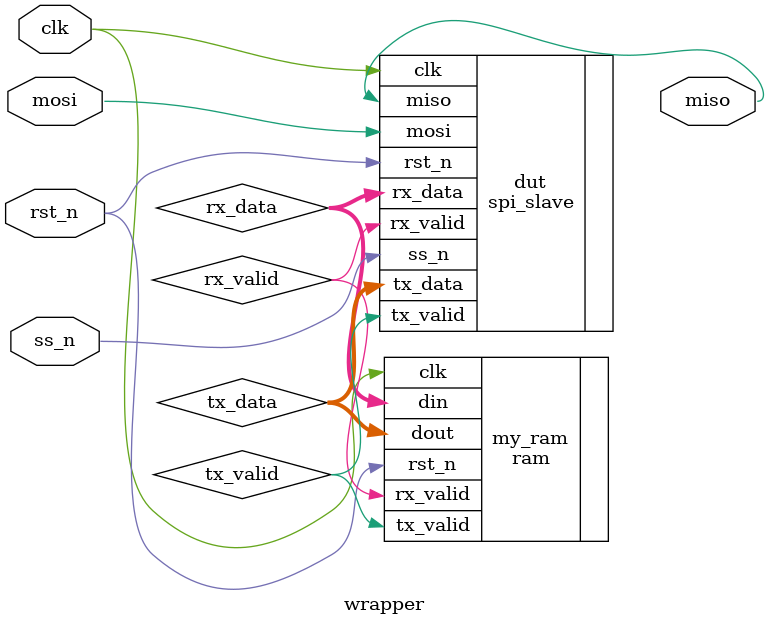
<source format=v>
module wrapper (clk,rst_n,mosi,miso,ss_n);

    parameter IDLE = 3'b000;
    parameter CHK_CMD = 3'b001;
    parameter WRITE = 3'b010;
    parameter READ_ADD = 3'b011;
    parameter READ_DATA = 3'b100;

    input clk,rst_n,mosi,ss_n;
    output miso;

    wire [9:0] rx_data; 
    wire rx_valid;

    wire [7:0] tx_data; 
    wire tx_valid;

    spi_slave #(.IDLE(IDLE),.CHK_CMD(CHK_CMD),.WRITE(WRITE),.READ_ADD(READ_ADD),.READ_DATA(READ_DATA))
                dut (.clk(clk),.rst_n(rst_n),.mosi(mosi),.miso(miso),.ss_n(ss_n),.rx_data(rx_data),.rx_valid(rx_valid),.tx_data(tx_data),.tx_valid(tx_valid));
                
    ram my_ram (.din(rx_data),.clk(clk),.rst_n(rst_n),.rx_valid(rx_valid),.dout(tx_data),.tx_valid(tx_valid));

endmodule
</source>
